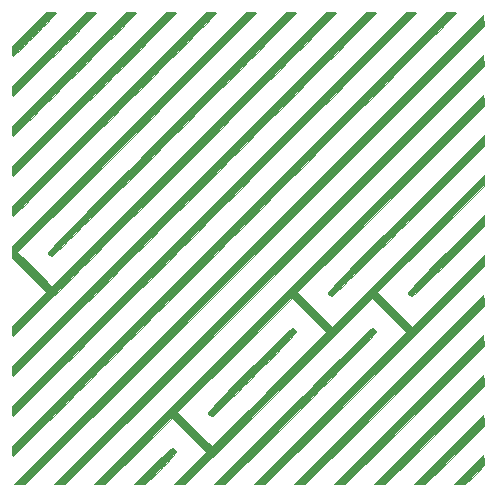
<source format=gbr>
G04 #@! TF.GenerationSoftware,KiCad,Pcbnew,(5.1.4)-1*
G04 #@! TF.CreationDate,2019-10-10T18:24:03+02:00*
G04 #@! TF.ProjectId,Top,546f702e-6b69-4636-9164-5f7063625858,rev?*
G04 #@! TF.SameCoordinates,Original*
G04 #@! TF.FileFunction,Legend,Top*
G04 #@! TF.FilePolarity,Positive*
%FSLAX46Y46*%
G04 Gerber Fmt 4.6, Leading zero omitted, Abs format (unit mm)*
G04 Created by KiCad (PCBNEW (5.1.4)-1) date 2019-10-10 18:24:03*
%MOMM*%
%LPD*%
G04 APERTURE LIST*
%ADD10C,0.010000*%
G04 APERTURE END LIST*
D10*
G36*
X154425210Y-122396528D02*
G01*
X154549480Y-122570259D01*
X154564000Y-122658149D01*
X154505537Y-122742858D01*
X154338760Y-122932877D01*
X154076586Y-123215290D01*
X153731929Y-123577182D01*
X153317707Y-124005639D01*
X152846836Y-124487745D01*
X152332232Y-125010587D01*
X151786811Y-125561247D01*
X151223490Y-126126813D01*
X150655185Y-126694369D01*
X150094812Y-127251000D01*
X149555288Y-127783791D01*
X149049528Y-128279827D01*
X148590450Y-128726194D01*
X148190968Y-129109976D01*
X147864001Y-129418259D01*
X147622463Y-129638128D01*
X147479271Y-129756668D01*
X147447388Y-129774000D01*
X147274132Y-129717751D01*
X147214933Y-129672400D01*
X147124065Y-129508615D01*
X147113333Y-129439184D01*
X147171796Y-129354475D01*
X147338573Y-129164456D01*
X147600747Y-128882043D01*
X147945404Y-128520151D01*
X148359626Y-128091694D01*
X148830497Y-127609588D01*
X149345101Y-127086746D01*
X149890522Y-126536086D01*
X150453843Y-125970520D01*
X151022148Y-125402964D01*
X151582521Y-124846333D01*
X152122045Y-124313542D01*
X152627805Y-123817506D01*
X153086883Y-123371139D01*
X153486365Y-122987357D01*
X153813332Y-122679074D01*
X154054870Y-122459205D01*
X154198062Y-122340665D01*
X154229945Y-122323333D01*
X154425210Y-122396528D01*
X154425210Y-122396528D01*
G37*
X154425210Y-122396528D02*
X154549480Y-122570259D01*
X154564000Y-122658149D01*
X154505537Y-122742858D01*
X154338760Y-122932877D01*
X154076586Y-123215290D01*
X153731929Y-123577182D01*
X153317707Y-124005639D01*
X152846836Y-124487745D01*
X152332232Y-125010587D01*
X151786811Y-125561247D01*
X151223490Y-126126813D01*
X150655185Y-126694369D01*
X150094812Y-127251000D01*
X149555288Y-127783791D01*
X149049528Y-128279827D01*
X148590450Y-128726194D01*
X148190968Y-129109976D01*
X147864001Y-129418259D01*
X147622463Y-129638128D01*
X147479271Y-129756668D01*
X147447388Y-129774000D01*
X147274132Y-129717751D01*
X147214933Y-129672400D01*
X147124065Y-129508615D01*
X147113333Y-129439184D01*
X147171796Y-129354475D01*
X147338573Y-129164456D01*
X147600747Y-128882043D01*
X147945404Y-128520151D01*
X148359626Y-128091694D01*
X148830497Y-127609588D01*
X149345101Y-127086746D01*
X149890522Y-126536086D01*
X150453843Y-125970520D01*
X151022148Y-125402964D01*
X151582521Y-124846333D01*
X152122045Y-124313542D01*
X152627805Y-123817506D01*
X153086883Y-123371139D01*
X153486365Y-122987357D01*
X153813332Y-122679074D01*
X154054870Y-122459205D01*
X154198062Y-122340665D01*
X154229945Y-122323333D01*
X154425210Y-122396528D01*
G36*
X134076918Y-95580824D02*
G01*
X134221497Y-95611744D01*
X134244000Y-95632905D01*
X134186420Y-95707756D01*
X134025671Y-95882925D01*
X133779743Y-96140431D01*
X133466624Y-96462292D01*
X133104303Y-96830528D01*
X132710767Y-97227156D01*
X132304007Y-97634196D01*
X131902009Y-98033666D01*
X131522764Y-98407584D01*
X131184259Y-98737969D01*
X130904482Y-99006840D01*
X130701424Y-99196216D01*
X130593071Y-99288114D01*
X130581445Y-99294000D01*
X130544874Y-99218035D01*
X130522244Y-99024742D01*
X130518667Y-98890926D01*
X130518667Y-98487852D01*
X131980049Y-97028259D01*
X133441431Y-95568667D01*
X133842716Y-95568667D01*
X134076918Y-95580824D01*
X134076918Y-95580824D01*
G37*
X134076918Y-95580824D02*
X134221497Y-95611744D01*
X134244000Y-95632905D01*
X134186420Y-95707756D01*
X134025671Y-95882925D01*
X133779743Y-96140431D01*
X133466624Y-96462292D01*
X133104303Y-96830528D01*
X132710767Y-97227156D01*
X132304007Y-97634196D01*
X131902009Y-98033666D01*
X131522764Y-98407584D01*
X131184259Y-98737969D01*
X130904482Y-99006840D01*
X130701424Y-99196216D01*
X130593071Y-99288114D01*
X130581445Y-99294000D01*
X130544874Y-99218035D01*
X130522244Y-99024742D01*
X130518667Y-98890926D01*
X130518667Y-98487852D01*
X131980049Y-97028259D01*
X133441431Y-95568667D01*
X133842716Y-95568667D01*
X134076918Y-95580824D01*
G36*
X137463277Y-95580743D02*
G01*
X137608043Y-95611462D01*
X137630667Y-95632549D01*
X137572580Y-95703281D01*
X137406891Y-95880168D01*
X137146457Y-96150355D01*
X136804134Y-96500986D01*
X136392779Y-96919206D01*
X135925249Y-97392161D01*
X135414400Y-97906993D01*
X134873089Y-98450849D01*
X134314173Y-99010873D01*
X133750508Y-99574209D01*
X133194951Y-100128003D01*
X132660359Y-100659398D01*
X132159589Y-101155541D01*
X131705496Y-101603574D01*
X131310939Y-101990644D01*
X130988773Y-102303895D01*
X130751855Y-102530471D01*
X130613042Y-102657517D01*
X130581788Y-102680667D01*
X130544999Y-102604707D01*
X130522248Y-102411452D01*
X130518667Y-102278076D01*
X130518667Y-101875486D01*
X133672918Y-98722076D01*
X136827169Y-95568667D01*
X137228918Y-95568667D01*
X137463277Y-95580743D01*
X137463277Y-95580743D01*
G37*
X137463277Y-95580743D02*
X137608043Y-95611462D01*
X137630667Y-95632549D01*
X137572580Y-95703281D01*
X137406891Y-95880168D01*
X137146457Y-96150355D01*
X136804134Y-96500986D01*
X136392779Y-96919206D01*
X135925249Y-97392161D01*
X135414400Y-97906993D01*
X134873089Y-98450849D01*
X134314173Y-99010873D01*
X133750508Y-99574209D01*
X133194951Y-100128003D01*
X132660359Y-100659398D01*
X132159589Y-101155541D01*
X131705496Y-101603574D01*
X131310939Y-101990644D01*
X130988773Y-102303895D01*
X130751855Y-102530471D01*
X130613042Y-102657517D01*
X130581788Y-102680667D01*
X130544999Y-102604707D01*
X130522248Y-102411452D01*
X130518667Y-102278076D01*
X130518667Y-101875486D01*
X133672918Y-98722076D01*
X136827169Y-95568667D01*
X137228918Y-95568667D01*
X137463277Y-95580743D01*
G36*
X140849849Y-95580716D02*
G01*
X140994672Y-95611366D01*
X141017333Y-95632425D01*
X140958979Y-95701251D01*
X140790939Y-95878794D01*
X140523750Y-96154517D01*
X140167946Y-96517886D01*
X139734065Y-96958365D01*
X139232640Y-97465420D01*
X138674208Y-98028515D01*
X138069304Y-98637115D01*
X137428464Y-99280686D01*
X136762223Y-99948692D01*
X136081118Y-100630598D01*
X135395682Y-101315870D01*
X134716453Y-101993971D01*
X134053966Y-102654368D01*
X133418756Y-103286524D01*
X132821359Y-103879906D01*
X132272310Y-104423977D01*
X131782145Y-104908203D01*
X131361400Y-105322049D01*
X131020609Y-105654979D01*
X130770310Y-105896460D01*
X130621037Y-106035954D01*
X130581910Y-106067333D01*
X130545044Y-105991375D01*
X130522250Y-105798132D01*
X130518667Y-105664890D01*
X130518667Y-105262448D01*
X135366107Y-100415557D01*
X140213547Y-95568667D01*
X140615440Y-95568667D01*
X140849849Y-95580716D01*
X140849849Y-95580716D01*
G37*
X140849849Y-95580716D02*
X140994672Y-95611366D01*
X141017333Y-95632425D01*
X140958979Y-95701251D01*
X140790939Y-95878794D01*
X140523750Y-96154517D01*
X140167946Y-96517886D01*
X139734065Y-96958365D01*
X139232640Y-97465420D01*
X138674208Y-98028515D01*
X138069304Y-98637115D01*
X137428464Y-99280686D01*
X136762223Y-99948692D01*
X136081118Y-100630598D01*
X135395682Y-101315870D01*
X134716453Y-101993971D01*
X134053966Y-102654368D01*
X133418756Y-103286524D01*
X132821359Y-103879906D01*
X132272310Y-104423977D01*
X131782145Y-104908203D01*
X131361400Y-105322049D01*
X131020609Y-105654979D01*
X130770310Y-105896460D01*
X130621037Y-106035954D01*
X130581910Y-106067333D01*
X130545044Y-105991375D01*
X130522250Y-105798132D01*
X130518667Y-105664890D01*
X130518667Y-105262448D01*
X135366107Y-100415557D01*
X140213547Y-95568667D01*
X140615440Y-95568667D01*
X140849849Y-95580716D01*
G36*
X144236469Y-95580702D02*
G01*
X144381320Y-95611317D01*
X144404000Y-95632361D01*
X144345473Y-95700031D01*
X144175986Y-95877932D01*
X143904680Y-96156923D01*
X143540695Y-96527865D01*
X143093172Y-96981616D01*
X142571253Y-97509036D01*
X141984077Y-98100985D01*
X141340785Y-98748323D01*
X140650518Y-99441908D01*
X139922418Y-100172601D01*
X139165624Y-100931260D01*
X138389277Y-101708746D01*
X137602518Y-102495917D01*
X136814489Y-103283634D01*
X136034328Y-104062756D01*
X135271178Y-104824142D01*
X134534180Y-105558652D01*
X133832472Y-106257146D01*
X133175198Y-106910482D01*
X132571496Y-107509521D01*
X132030509Y-108045122D01*
X131561376Y-108508145D01*
X131173239Y-108889448D01*
X130875238Y-109179892D01*
X130676514Y-109370336D01*
X130586208Y-109451640D01*
X130581973Y-109454000D01*
X130545067Y-109378043D01*
X130522251Y-109184805D01*
X130518667Y-109051628D01*
X130518667Y-108649257D01*
X137059370Y-102108962D01*
X143600074Y-95568667D01*
X144002037Y-95568667D01*
X144236469Y-95580702D01*
X144236469Y-95580702D01*
G37*
X144236469Y-95580702D02*
X144381320Y-95611317D01*
X144404000Y-95632361D01*
X144345473Y-95700031D01*
X144175986Y-95877932D01*
X143904680Y-96156923D01*
X143540695Y-96527865D01*
X143093172Y-96981616D01*
X142571253Y-97509036D01*
X141984077Y-98100985D01*
X141340785Y-98748323D01*
X140650518Y-99441908D01*
X139922418Y-100172601D01*
X139165624Y-100931260D01*
X138389277Y-101708746D01*
X137602518Y-102495917D01*
X136814489Y-103283634D01*
X136034328Y-104062756D01*
X135271178Y-104824142D01*
X134534180Y-105558652D01*
X133832472Y-106257146D01*
X133175198Y-106910482D01*
X132571496Y-107509521D01*
X132030509Y-108045122D01*
X131561376Y-108508145D01*
X131173239Y-108889448D01*
X130875238Y-109179892D01*
X130676514Y-109370336D01*
X130586208Y-109451640D01*
X130581973Y-109454000D01*
X130545067Y-109378043D01*
X130522251Y-109184805D01*
X130518667Y-109051628D01*
X130518667Y-108649257D01*
X137059370Y-102108962D01*
X143600074Y-95568667D01*
X144002037Y-95568667D01*
X144236469Y-95580702D01*
G36*
X147623108Y-95580693D02*
G01*
X147767976Y-95611287D01*
X147790667Y-95632323D01*
X147732016Y-95699194D01*
X147561523Y-95877325D01*
X147287370Y-96158531D01*
X146917743Y-96534628D01*
X146460826Y-96997431D01*
X145924804Y-97538756D01*
X145317862Y-98150417D01*
X144648185Y-98824231D01*
X143923957Y-99552013D01*
X143153363Y-100325578D01*
X142344587Y-101136742D01*
X141505815Y-101977320D01*
X140645231Y-102839127D01*
X139771020Y-103713980D01*
X138891367Y-104593693D01*
X138014455Y-105470082D01*
X137148471Y-106334962D01*
X136301598Y-107180149D01*
X135482021Y-107997458D01*
X134697926Y-108778705D01*
X133957496Y-109515705D01*
X133268917Y-110200274D01*
X132640373Y-110824226D01*
X132080049Y-111379378D01*
X131596129Y-111857545D01*
X131196799Y-112250542D01*
X130890243Y-112550185D01*
X130684645Y-112748289D01*
X130588191Y-112836670D01*
X130582011Y-112840667D01*
X130545081Y-112764710D01*
X130522252Y-112571476D01*
X130518667Y-112438337D01*
X130518667Y-112036008D01*
X138752662Y-103802337D01*
X146986657Y-95568667D01*
X147388662Y-95568667D01*
X147623108Y-95580693D01*
X147623108Y-95580693D01*
G37*
X147623108Y-95580693D02*
X147767976Y-95611287D01*
X147790667Y-95632323D01*
X147732016Y-95699194D01*
X147561523Y-95877325D01*
X147287370Y-96158531D01*
X146917743Y-96534628D01*
X146460826Y-96997431D01*
X145924804Y-97538756D01*
X145317862Y-98150417D01*
X144648185Y-98824231D01*
X143923957Y-99552013D01*
X143153363Y-100325578D01*
X142344587Y-101136742D01*
X141505815Y-101977320D01*
X140645231Y-102839127D01*
X139771020Y-103713980D01*
X138891367Y-104593693D01*
X138014455Y-105470082D01*
X137148471Y-106334962D01*
X136301598Y-107180149D01*
X135482021Y-107997458D01*
X134697926Y-108778705D01*
X133957496Y-109515705D01*
X133268917Y-110200274D01*
X132640373Y-110824226D01*
X132080049Y-111379378D01*
X131596129Y-111857545D01*
X131196799Y-112250542D01*
X130890243Y-112550185D01*
X130684645Y-112748289D01*
X130588191Y-112836670D01*
X130582011Y-112840667D01*
X130545081Y-112764710D01*
X130522252Y-112571476D01*
X130518667Y-112438337D01*
X130518667Y-112036008D01*
X138752662Y-103802337D01*
X146986657Y-95568667D01*
X147388662Y-95568667D01*
X147623108Y-95580693D01*
G36*
X154396422Y-95580688D02*
G01*
X154541302Y-95611268D01*
X154564000Y-95632297D01*
X154505096Y-95702545D01*
X154333382Y-95884487D01*
X154056353Y-96170654D01*
X153681504Y-96553574D01*
X153216330Y-97025778D01*
X152668326Y-97579795D01*
X152044987Y-98208155D01*
X151353809Y-98903386D01*
X150602286Y-99658019D01*
X149797914Y-100464583D01*
X148948188Y-101315608D01*
X148060603Y-102203623D01*
X147142654Y-103121158D01*
X146201836Y-104060741D01*
X145245644Y-105014904D01*
X144281574Y-105976175D01*
X143317121Y-106937083D01*
X142359779Y-107890159D01*
X141417044Y-108827932D01*
X140496411Y-109742932D01*
X139605376Y-110627687D01*
X138751432Y-111474728D01*
X137942076Y-112276583D01*
X137184803Y-113025783D01*
X136487107Y-113714858D01*
X135856484Y-114336336D01*
X135300429Y-114882747D01*
X134826437Y-115346621D01*
X134442003Y-115720486D01*
X134154623Y-115996874D01*
X133971790Y-116168313D01*
X133901002Y-116227333D01*
X133900970Y-116227333D01*
X133727471Y-116171072D01*
X133668267Y-116125733D01*
X133577405Y-115962110D01*
X133566667Y-115892767D01*
X133625591Y-115819655D01*
X133798242Y-115633247D01*
X134078434Y-115339809D01*
X134459980Y-114945606D01*
X134936696Y-114456906D01*
X135502395Y-113879973D01*
X136150893Y-113221073D01*
X136876004Y-112486473D01*
X137671542Y-111682438D01*
X138531322Y-110815233D01*
X139449158Y-109891126D01*
X140418865Y-108916381D01*
X141434257Y-107897264D01*
X142489149Y-106840042D01*
X143577355Y-105750980D01*
X143663299Y-105665034D01*
X153759931Y-95568667D01*
X154161965Y-95568667D01*
X154396422Y-95580688D01*
X154396422Y-95580688D01*
G37*
X154396422Y-95580688D02*
X154541302Y-95611268D01*
X154564000Y-95632297D01*
X154505096Y-95702545D01*
X154333382Y-95884487D01*
X154056353Y-96170654D01*
X153681504Y-96553574D01*
X153216330Y-97025778D01*
X152668326Y-97579795D01*
X152044987Y-98208155D01*
X151353809Y-98903386D01*
X150602286Y-99658019D01*
X149797914Y-100464583D01*
X148948188Y-101315608D01*
X148060603Y-102203623D01*
X147142654Y-103121158D01*
X146201836Y-104060741D01*
X145245644Y-105014904D01*
X144281574Y-105976175D01*
X143317121Y-106937083D01*
X142359779Y-107890159D01*
X141417044Y-108827932D01*
X140496411Y-109742932D01*
X139605376Y-110627687D01*
X138751432Y-111474728D01*
X137942076Y-112276583D01*
X137184803Y-113025783D01*
X136487107Y-113714858D01*
X135856484Y-114336336D01*
X135300429Y-114882747D01*
X134826437Y-115346621D01*
X134442003Y-115720486D01*
X134154623Y-115996874D01*
X133971790Y-116168313D01*
X133901002Y-116227333D01*
X133900970Y-116227333D01*
X133727471Y-116171072D01*
X133668267Y-116125733D01*
X133577405Y-115962110D01*
X133566667Y-115892767D01*
X133625591Y-115819655D01*
X133798242Y-115633247D01*
X134078434Y-115339809D01*
X134459980Y-114945606D01*
X134936696Y-114456906D01*
X135502395Y-113879973D01*
X136150893Y-113221073D01*
X136876004Y-112486473D01*
X137671542Y-111682438D01*
X138531322Y-110815233D01*
X139449158Y-109891126D01*
X140418865Y-108916381D01*
X141434257Y-107897264D01*
X142489149Y-106840042D01*
X143577355Y-105750980D01*
X143663299Y-105665034D01*
X153759931Y-95568667D01*
X154161965Y-95568667D01*
X154396422Y-95580688D01*
G36*
X170481333Y-113645894D02*
G01*
X167496392Y-116629947D01*
X166907287Y-117216325D01*
X166351589Y-117764535D01*
X165841237Y-118263143D01*
X165388168Y-118700716D01*
X165004322Y-119065821D01*
X164701636Y-119347023D01*
X164492049Y-119532888D01*
X164387498Y-119611983D01*
X164380659Y-119614000D01*
X164207464Y-119557755D01*
X164148267Y-119512400D01*
X164057397Y-119348592D01*
X164046667Y-119279149D01*
X164104980Y-119195909D01*
X164272582Y-119004955D01*
X164538460Y-118717745D01*
X164891603Y-118345737D01*
X165321003Y-117900390D01*
X165815647Y-117393161D01*
X166364525Y-116835510D01*
X166956626Y-116238894D01*
X167264000Y-115931000D01*
X170481333Y-112714502D01*
X170481333Y-113645894D01*
X170481333Y-113645894D01*
G37*
X170481333Y-113645894D02*
X167496392Y-116629947D01*
X166907287Y-117216325D01*
X166351589Y-117764535D01*
X165841237Y-118263143D01*
X165388168Y-118700716D01*
X165004322Y-119065821D01*
X164701636Y-119347023D01*
X164492049Y-119532888D01*
X164387498Y-119611983D01*
X164380659Y-119614000D01*
X164207464Y-119557755D01*
X164148267Y-119512400D01*
X164057397Y-119348592D01*
X164046667Y-119279149D01*
X164104980Y-119195909D01*
X164272582Y-119004955D01*
X164538460Y-118717745D01*
X164891603Y-118345737D01*
X165321003Y-117900390D01*
X165815647Y-117393161D01*
X166364525Y-116835510D01*
X166956626Y-116238894D01*
X167264000Y-115931000D01*
X170481333Y-112714502D01*
X170481333Y-113645894D01*
G36*
X170481333Y-106872087D02*
G01*
X164109958Y-113243043D01*
X163245301Y-114106436D01*
X162412804Y-114935363D01*
X161620422Y-115722031D01*
X160876114Y-116458642D01*
X160187835Y-117137400D01*
X159563543Y-117750509D01*
X159011195Y-118290173D01*
X158538747Y-118748596D01*
X158154157Y-119117982D01*
X157865382Y-119390534D01*
X157680379Y-119558457D01*
X157607558Y-119614000D01*
X157434136Y-119557743D01*
X157374933Y-119512400D01*
X157284070Y-119348730D01*
X157273333Y-119279363D01*
X157332060Y-119203139D01*
X157503135Y-119015257D01*
X157778900Y-118723526D01*
X158151700Y-118335755D01*
X158613876Y-117859753D01*
X159157772Y-117303330D01*
X159775730Y-116674295D01*
X160460093Y-115980456D01*
X161203203Y-115229623D01*
X161997404Y-114429605D01*
X162835037Y-113588212D01*
X163708447Y-112713251D01*
X163877333Y-112544333D01*
X170481333Y-105940740D01*
X170481333Y-106872087D01*
X170481333Y-106872087D01*
G37*
X170481333Y-106872087D02*
X164109958Y-113243043D01*
X163245301Y-114106436D01*
X162412804Y-114935363D01*
X161620422Y-115722031D01*
X160876114Y-116458642D01*
X160187835Y-117137400D01*
X159563543Y-117750509D01*
X159011195Y-118290173D01*
X158538747Y-118748596D01*
X158154157Y-119117982D01*
X157865382Y-119390534D01*
X157680379Y-119558457D01*
X157607558Y-119614000D01*
X157434136Y-119557743D01*
X157374933Y-119512400D01*
X157284070Y-119348730D01*
X157273333Y-119279363D01*
X157332060Y-119203139D01*
X157503135Y-119015257D01*
X157778900Y-118723526D01*
X158151700Y-118335755D01*
X158613876Y-117859753D01*
X159157772Y-117303330D01*
X159775730Y-116674295D01*
X160460093Y-115980456D01*
X161203203Y-115229623D01*
X161997404Y-114429605D01*
X162835037Y-113588212D01*
X163708447Y-112713251D01*
X163877333Y-112544333D01*
X170481333Y-105940740D01*
X170481333Y-106872087D01*
G36*
X151009757Y-95580638D02*
G01*
X151154636Y-95611092D01*
X151177333Y-95632034D01*
X151118454Y-95697757D01*
X150945934Y-95876918D01*
X150665952Y-96163298D01*
X150284687Y-96550681D01*
X149808317Y-97032849D01*
X149243021Y-97603585D01*
X148594977Y-98256671D01*
X147870363Y-98985890D01*
X147075358Y-99785024D01*
X146216140Y-100647857D01*
X145298889Y-101568171D01*
X144329781Y-102539748D01*
X143314997Y-103556371D01*
X142260713Y-104611823D01*
X141173110Y-105699885D01*
X141081053Y-105791947D01*
X130984773Y-115888493D01*
X132445149Y-117348868D01*
X133905524Y-118809244D01*
X145526044Y-107188955D01*
X157146563Y-95568667D01*
X157548615Y-95568667D01*
X157783077Y-95580681D01*
X157927964Y-95611244D01*
X157950667Y-95632265D01*
X157891787Y-95697703D01*
X157719469Y-95876214D01*
X157440195Y-96161316D01*
X157060444Y-96546528D01*
X156586700Y-97025369D01*
X156025442Y-97591357D01*
X155383152Y-98238012D01*
X154666312Y-98958852D01*
X153881403Y-99747395D01*
X153034906Y-100597161D01*
X152133302Y-101501668D01*
X151183073Y-102454436D01*
X150190700Y-103448982D01*
X149162664Y-104478826D01*
X148105447Y-105537486D01*
X147025529Y-106618481D01*
X145929393Y-107715330D01*
X144823519Y-108821551D01*
X143714389Y-109930664D01*
X142608483Y-111036188D01*
X141512284Y-112131640D01*
X140432273Y-113210539D01*
X139374930Y-114266405D01*
X138346737Y-115292756D01*
X137354176Y-116283112D01*
X136403728Y-117230989D01*
X135501873Y-118129909D01*
X134655094Y-118973388D01*
X133869871Y-119754947D01*
X133152686Y-120468103D01*
X132510020Y-121106375D01*
X131948355Y-121663283D01*
X131474172Y-122132345D01*
X131093951Y-122507080D01*
X130814175Y-122781006D01*
X130641324Y-122947642D01*
X130582069Y-123000667D01*
X130545065Y-122924722D01*
X130522222Y-122731567D01*
X130518667Y-122599382D01*
X130518667Y-122198098D01*
X131978259Y-120736716D01*
X133437852Y-119275333D01*
X131978259Y-117813951D01*
X130518667Y-116352568D01*
X130518667Y-115422730D01*
X140445968Y-105495698D01*
X150373269Y-95568667D01*
X150775301Y-95568667D01*
X151009757Y-95580638D01*
X151009757Y-95580638D01*
G37*
X151009757Y-95580638D02*
X151154636Y-95611092D01*
X151177333Y-95632034D01*
X151118454Y-95697757D01*
X150945934Y-95876918D01*
X150665952Y-96163298D01*
X150284687Y-96550681D01*
X149808317Y-97032849D01*
X149243021Y-97603585D01*
X148594977Y-98256671D01*
X147870363Y-98985890D01*
X147075358Y-99785024D01*
X146216140Y-100647857D01*
X145298889Y-101568171D01*
X144329781Y-102539748D01*
X143314997Y-103556371D01*
X142260713Y-104611823D01*
X141173110Y-105699885D01*
X141081053Y-105791947D01*
X130984773Y-115888493D01*
X132445149Y-117348868D01*
X133905524Y-118809244D01*
X145526044Y-107188955D01*
X157146563Y-95568667D01*
X157548615Y-95568667D01*
X157783077Y-95580681D01*
X157927964Y-95611244D01*
X157950667Y-95632265D01*
X157891787Y-95697703D01*
X157719469Y-95876214D01*
X157440195Y-96161316D01*
X157060444Y-96546528D01*
X156586700Y-97025369D01*
X156025442Y-97591357D01*
X155383152Y-98238012D01*
X154666312Y-98958852D01*
X153881403Y-99747395D01*
X153034906Y-100597161D01*
X152133302Y-101501668D01*
X151183073Y-102454436D01*
X150190700Y-103448982D01*
X149162664Y-104478826D01*
X148105447Y-105537486D01*
X147025529Y-106618481D01*
X145929393Y-107715330D01*
X144823519Y-108821551D01*
X143714389Y-109930664D01*
X142608483Y-111036188D01*
X141512284Y-112131640D01*
X140432273Y-113210539D01*
X139374930Y-114266405D01*
X138346737Y-115292756D01*
X137354176Y-116283112D01*
X136403728Y-117230989D01*
X135501873Y-118129909D01*
X134655094Y-118973388D01*
X133869871Y-119754947D01*
X133152686Y-120468103D01*
X132510020Y-121106375D01*
X131948355Y-121663283D01*
X131474172Y-122132345D01*
X131093951Y-122507080D01*
X130814175Y-122781006D01*
X130641324Y-122947642D01*
X130582069Y-123000667D01*
X130545065Y-122924722D01*
X130522222Y-122731567D01*
X130518667Y-122599382D01*
X130518667Y-122198098D01*
X131978259Y-120736716D01*
X133437852Y-119275333D01*
X131978259Y-117813951D01*
X130518667Y-116352568D01*
X130518667Y-115422730D01*
X140445968Y-105495698D01*
X150373269Y-95568667D01*
X150775301Y-95568667D01*
X151009757Y-95580638D01*
G36*
X161169727Y-95580678D02*
G01*
X161314624Y-95611235D01*
X161337333Y-95632254D01*
X161278402Y-95697380D01*
X161105685Y-95875968D01*
X160825293Y-96161905D01*
X160443339Y-96549079D01*
X159965936Y-97031377D01*
X159399196Y-97602687D01*
X158749232Y-98256896D01*
X158022156Y-98987891D01*
X157224081Y-99789561D01*
X156361118Y-100655793D01*
X155439382Y-101580475D01*
X154464984Y-102557493D01*
X153444036Y-103580736D01*
X152382651Y-104644091D01*
X151286942Y-105741445D01*
X150163021Y-106866687D01*
X149017001Y-108013703D01*
X147854994Y-109176382D01*
X146683113Y-110348610D01*
X145507469Y-111524276D01*
X144334176Y-112697266D01*
X143169346Y-113861469D01*
X142019092Y-115010772D01*
X140889526Y-116139062D01*
X139786760Y-117240228D01*
X138716908Y-118308155D01*
X137686081Y-119336734D01*
X136700391Y-120319849D01*
X135765953Y-121251390D01*
X134888877Y-122125244D01*
X134075277Y-122935298D01*
X133331265Y-123675439D01*
X132662954Y-124339556D01*
X132076455Y-124921536D01*
X131577882Y-125415267D01*
X131173347Y-125814635D01*
X130868962Y-126113529D01*
X130670840Y-126305836D01*
X130585094Y-126385444D01*
X130582079Y-126387333D01*
X130545107Y-126311378D01*
X130522254Y-126118149D01*
X130518667Y-125985077D01*
X130518667Y-125582821D01*
X145525922Y-110575744D01*
X160533178Y-95568667D01*
X160935256Y-95568667D01*
X161169727Y-95580678D01*
X161169727Y-95580678D01*
G37*
X161169727Y-95580678D02*
X161314624Y-95611235D01*
X161337333Y-95632254D01*
X161278402Y-95697380D01*
X161105685Y-95875968D01*
X160825293Y-96161905D01*
X160443339Y-96549079D01*
X159965936Y-97031377D01*
X159399196Y-97602687D01*
X158749232Y-98256896D01*
X158022156Y-98987891D01*
X157224081Y-99789561D01*
X156361118Y-100655793D01*
X155439382Y-101580475D01*
X154464984Y-102557493D01*
X153444036Y-103580736D01*
X152382651Y-104644091D01*
X151286942Y-105741445D01*
X150163021Y-106866687D01*
X149017001Y-108013703D01*
X147854994Y-109176382D01*
X146683113Y-110348610D01*
X145507469Y-111524276D01*
X144334176Y-112697266D01*
X143169346Y-113861469D01*
X142019092Y-115010772D01*
X140889526Y-116139062D01*
X139786760Y-117240228D01*
X138716908Y-118308155D01*
X137686081Y-119336734D01*
X136700391Y-120319849D01*
X135765953Y-121251390D01*
X134888877Y-122125244D01*
X134075277Y-122935298D01*
X133331265Y-123675439D01*
X132662954Y-124339556D01*
X132076455Y-124921536D01*
X131577882Y-125415267D01*
X131173347Y-125814635D01*
X130868962Y-126113529D01*
X130670840Y-126305836D01*
X130585094Y-126385444D01*
X130582079Y-126387333D01*
X130545107Y-126311378D01*
X130522254Y-126118149D01*
X130518667Y-125985077D01*
X130518667Y-125582821D01*
X145525922Y-110575744D01*
X160533178Y-95568667D01*
X160935256Y-95568667D01*
X161169727Y-95580678D01*
G36*
X164556387Y-95580676D02*
G01*
X164701288Y-95611228D01*
X164724000Y-95632245D01*
X164665025Y-95697107D01*
X164491967Y-95875759D01*
X164210627Y-96162401D01*
X163826805Y-96551232D01*
X163346300Y-97036453D01*
X162774913Y-97612263D01*
X162118445Y-98272861D01*
X161382696Y-99012449D01*
X160573465Y-99825225D01*
X159696554Y-100705389D01*
X158757762Y-101647142D01*
X157762889Y-102644682D01*
X156717736Y-103692210D01*
X155628104Y-104783925D01*
X154499792Y-105914027D01*
X153338600Y-107076717D01*
X152150329Y-108266193D01*
X150940780Y-109476656D01*
X149715751Y-110702305D01*
X148481045Y-111937341D01*
X147242460Y-113175962D01*
X146005797Y-114412369D01*
X144776856Y-115640761D01*
X143561438Y-116855338D01*
X142365343Y-118050301D01*
X141194371Y-119219849D01*
X140054322Y-120358181D01*
X138950996Y-121459497D01*
X137890194Y-122517998D01*
X136877717Y-123527882D01*
X135919363Y-124483350D01*
X135020934Y-125378602D01*
X134188230Y-126207837D01*
X133427051Y-126965255D01*
X132743197Y-127645056D01*
X132142468Y-128241440D01*
X131630666Y-128748606D01*
X131213589Y-129160754D01*
X130897038Y-129472085D01*
X130686814Y-129676797D01*
X130588716Y-129769090D01*
X130582088Y-129774000D01*
X130545110Y-129698045D01*
X130522254Y-129504816D01*
X130518667Y-129371753D01*
X130518667Y-128969506D01*
X147219247Y-112269086D01*
X163919827Y-95568667D01*
X164321913Y-95568667D01*
X164556387Y-95580676D01*
X164556387Y-95580676D01*
G37*
X164556387Y-95580676D02*
X164701288Y-95611228D01*
X164724000Y-95632245D01*
X164665025Y-95697107D01*
X164491967Y-95875759D01*
X164210627Y-96162401D01*
X163826805Y-96551232D01*
X163346300Y-97036453D01*
X162774913Y-97612263D01*
X162118445Y-98272861D01*
X161382696Y-99012449D01*
X160573465Y-99825225D01*
X159696554Y-100705389D01*
X158757762Y-101647142D01*
X157762889Y-102644682D01*
X156717736Y-103692210D01*
X155628104Y-104783925D01*
X154499792Y-105914027D01*
X153338600Y-107076717D01*
X152150329Y-108266193D01*
X150940780Y-109476656D01*
X149715751Y-110702305D01*
X148481045Y-111937341D01*
X147242460Y-113175962D01*
X146005797Y-114412369D01*
X144776856Y-115640761D01*
X143561438Y-116855338D01*
X142365343Y-118050301D01*
X141194371Y-119219849D01*
X140054322Y-120358181D01*
X138950996Y-121459497D01*
X137890194Y-122517998D01*
X136877717Y-123527882D01*
X135919363Y-124483350D01*
X135020934Y-125378602D01*
X134188230Y-126207837D01*
X133427051Y-126965255D01*
X132743197Y-127645056D01*
X132142468Y-128241440D01*
X131630666Y-128748606D01*
X131213589Y-129160754D01*
X130897038Y-129472085D01*
X130686814Y-129676797D01*
X130588716Y-129769090D01*
X130582088Y-129774000D01*
X130545110Y-129698045D01*
X130522254Y-129504816D01*
X130518667Y-129371753D01*
X130518667Y-128969506D01*
X147219247Y-112269086D01*
X163919827Y-95568667D01*
X164321913Y-95568667D01*
X164556387Y-95580676D01*
G36*
X167942952Y-95580671D02*
G01*
X168087915Y-95611209D01*
X168110667Y-95632238D01*
X168051654Y-95696872D01*
X167878302Y-95875578D01*
X167596144Y-96162824D01*
X167210710Y-96553080D01*
X166727532Y-97040814D01*
X166152141Y-97620494D01*
X165490070Y-98286590D01*
X164746848Y-99033569D01*
X163928008Y-99855900D01*
X163039081Y-100748053D01*
X162085598Y-101704494D01*
X161073092Y-102719694D01*
X160007092Y-103788121D01*
X158893132Y-104904242D01*
X157736741Y-106062528D01*
X156543453Y-107257446D01*
X155318797Y-108483465D01*
X154068306Y-109735054D01*
X152797510Y-111006681D01*
X151511942Y-112292814D01*
X150217133Y-113587923D01*
X148918614Y-114886477D01*
X147621917Y-116182942D01*
X146332572Y-117471789D01*
X145056112Y-118747486D01*
X143798068Y-120004501D01*
X142563971Y-121237303D01*
X141359353Y-122440360D01*
X140189746Y-123608142D01*
X139060679Y-124735117D01*
X137977686Y-125815752D01*
X136946297Y-126844518D01*
X135972045Y-127815882D01*
X135060459Y-128724314D01*
X134217072Y-129564281D01*
X133447416Y-130330252D01*
X132757021Y-131016696D01*
X132151419Y-131618082D01*
X131636141Y-132128878D01*
X131216719Y-132543552D01*
X130898685Y-132856574D01*
X130687569Y-133062412D01*
X130588904Y-133155534D01*
X130582095Y-133160667D01*
X130545107Y-133084713D01*
X130522249Y-132891496D01*
X130518667Y-132758573D01*
X130518667Y-132356479D01*
X167306187Y-95568667D01*
X167708427Y-95568667D01*
X167942952Y-95580671D01*
X167942952Y-95580671D01*
G37*
X167942952Y-95580671D02*
X168087915Y-95611209D01*
X168110667Y-95632238D01*
X168051654Y-95696872D01*
X167878302Y-95875578D01*
X167596144Y-96162824D01*
X167210710Y-96553080D01*
X166727532Y-97040814D01*
X166152141Y-97620494D01*
X165490070Y-98286590D01*
X164746848Y-99033569D01*
X163928008Y-99855900D01*
X163039081Y-100748053D01*
X162085598Y-101704494D01*
X161073092Y-102719694D01*
X160007092Y-103788121D01*
X158893132Y-104904242D01*
X157736741Y-106062528D01*
X156543453Y-107257446D01*
X155318797Y-108483465D01*
X154068306Y-109735054D01*
X152797510Y-111006681D01*
X151511942Y-112292814D01*
X150217133Y-113587923D01*
X148918614Y-114886477D01*
X147621917Y-116182942D01*
X146332572Y-117471789D01*
X145056112Y-118747486D01*
X143798068Y-120004501D01*
X142563971Y-121237303D01*
X141359353Y-122440360D01*
X140189746Y-123608142D01*
X139060679Y-124735117D01*
X137977686Y-125815752D01*
X136946297Y-126844518D01*
X135972045Y-127815882D01*
X135060459Y-128724314D01*
X134217072Y-129564281D01*
X133447416Y-130330252D01*
X132757021Y-131016696D01*
X132151419Y-131618082D01*
X131636141Y-132128878D01*
X131216719Y-132543552D01*
X130898685Y-132856574D01*
X130687569Y-133062412D01*
X130588904Y-133155534D01*
X130582095Y-133160667D01*
X130545107Y-133084713D01*
X130522249Y-132891496D01*
X130518667Y-132758573D01*
X130518667Y-132356479D01*
X167306187Y-95568667D01*
X167708427Y-95568667D01*
X167942952Y-95580671D01*
G36*
X170465098Y-133512107D02*
G01*
X170491197Y-133951913D01*
X169704770Y-134741623D01*
X168918344Y-135531333D01*
X167985857Y-135531333D01*
X169212428Y-134301817D01*
X170439000Y-133072300D01*
X170465098Y-133512107D01*
X170465098Y-133512107D01*
G37*
X170465098Y-133512107D02*
X170491197Y-133951913D01*
X169704770Y-134741623D01*
X168918344Y-135531333D01*
X167985857Y-135531333D01*
X169212428Y-134301817D01*
X170439000Y-133072300D01*
X170465098Y-133512107D01*
G36*
X170465134Y-130127120D02*
G01*
X170491269Y-130567334D01*
X168010339Y-133049334D01*
X165529410Y-135531333D01*
X164597920Y-135531333D01*
X167518460Y-132609120D01*
X170439000Y-129686906D01*
X170465134Y-130127120D01*
X170465134Y-130127120D01*
G37*
X170465134Y-130127120D02*
X170491269Y-130567334D01*
X168010339Y-133049334D01*
X165529410Y-135531333D01*
X164597920Y-135531333D01*
X167518460Y-132609120D01*
X170439000Y-129686906D01*
X170465134Y-130127120D01*
G36*
X170465142Y-126740828D02*
G01*
X170491283Y-127181080D01*
X166316796Y-131356206D01*
X162142308Y-135531333D01*
X161210916Y-135531333D01*
X170439000Y-126300577D01*
X170465142Y-126740828D01*
X170465142Y-126740828D01*
G37*
X170465142Y-126740828D02*
X170491283Y-127181080D01*
X166316796Y-131356206D01*
X162142308Y-135531333D01*
X161210916Y-135531333D01*
X170439000Y-126300577D01*
X170465142Y-126740828D01*
G36*
X170491290Y-123794589D02*
G01*
X164623373Y-129662961D01*
X158755457Y-135531333D01*
X157824093Y-135531333D01*
X164131546Y-129222700D01*
X170439000Y-122914067D01*
X170491290Y-123794589D01*
X170491290Y-123794589D01*
G37*
X170491290Y-123794589D02*
X164623373Y-129662961D01*
X158755457Y-135531333D01*
X157824093Y-135531333D01*
X164131546Y-129222700D01*
X170439000Y-122914067D01*
X170491290Y-123794589D01*
G36*
X170465146Y-119967755D02*
G01*
X170491293Y-120408020D01*
X162929990Y-127969677D01*
X155368688Y-135531333D01*
X154437336Y-135531333D01*
X162438168Y-127529412D01*
X170439000Y-119527490D01*
X170465146Y-119967755D01*
X170465146Y-119967755D01*
G37*
X170465146Y-119967755D02*
X170491293Y-120408020D01*
X162929990Y-127969677D01*
X155368688Y-135531333D01*
X154437336Y-135531333D01*
X162438168Y-127529412D01*
X170439000Y-119527490D01*
X170465146Y-119967755D01*
G36*
X161198490Y-122396540D02*
G01*
X161322894Y-122570362D01*
X161337333Y-122657977D01*
X161278625Y-122734494D01*
X161107698Y-122922513D01*
X160832349Y-123214074D01*
X160460375Y-123601221D01*
X159999572Y-124075998D01*
X159457737Y-124630446D01*
X158842667Y-125256609D01*
X158162160Y-125946531D01*
X157424010Y-126692253D01*
X156636016Y-127485818D01*
X155805973Y-128319271D01*
X154965958Y-129160377D01*
X148594582Y-135531333D01*
X147664074Y-135531333D01*
X154267667Y-128927333D01*
X155148107Y-128048008D01*
X155996460Y-127203007D01*
X156804916Y-126399990D01*
X157565668Y-125646611D01*
X158270905Y-124950530D01*
X158912819Y-124319402D01*
X159483599Y-123760886D01*
X159975438Y-123282639D01*
X160380525Y-122892317D01*
X160691053Y-122597578D01*
X160899211Y-122406080D01*
X160997190Y-122325479D01*
X161002696Y-122323333D01*
X161198490Y-122396540D01*
X161198490Y-122396540D01*
G37*
X161198490Y-122396540D02*
X161322894Y-122570362D01*
X161337333Y-122657977D01*
X161278625Y-122734494D01*
X161107698Y-122922513D01*
X160832349Y-123214074D01*
X160460375Y-123601221D01*
X159999572Y-124075998D01*
X159457737Y-124630446D01*
X158842667Y-125256609D01*
X158162160Y-125946531D01*
X157424010Y-126692253D01*
X156636016Y-127485818D01*
X155805973Y-128319271D01*
X154965958Y-129160377D01*
X148594582Y-135531333D01*
X147664074Y-135531333D01*
X154267667Y-128927333D01*
X155148107Y-128048008D01*
X155996460Y-127203007D01*
X156804916Y-126399990D01*
X157565668Y-125646611D01*
X158270905Y-124950530D01*
X158912819Y-124319402D01*
X159483599Y-123760886D01*
X159975438Y-123282639D01*
X160380525Y-122892317D01*
X160691053Y-122597578D01*
X160899211Y-122406080D01*
X160997190Y-122325479D01*
X161002696Y-122323333D01*
X161198490Y-122396540D01*
G36*
X144265190Y-132556605D02*
G01*
X144389630Y-132730932D01*
X144404000Y-132818791D01*
X144346328Y-132915369D01*
X144185025Y-133110861D01*
X143937662Y-133385925D01*
X143621808Y-133721221D01*
X143255034Y-134097408D01*
X143111840Y-134241191D01*
X141819681Y-135531333D01*
X140892097Y-135531333D01*
X142414333Y-134007333D01*
X142833881Y-133592315D01*
X143219553Y-133220310D01*
X143553840Y-132907449D01*
X143819230Y-132669864D01*
X143998210Y-132523686D01*
X144068684Y-132483333D01*
X144265190Y-132556605D01*
X144265190Y-132556605D01*
G37*
X144265190Y-132556605D02*
X144389630Y-132730932D01*
X144404000Y-132818791D01*
X144346328Y-132915369D01*
X144185025Y-133110861D01*
X143937662Y-133385925D01*
X143621808Y-133721221D01*
X143255034Y-134097408D01*
X143111840Y-134241191D01*
X141819681Y-135531333D01*
X140892097Y-135531333D01*
X142414333Y-134007333D01*
X142833881Y-133592315D01*
X143219553Y-133220310D01*
X143553840Y-132907449D01*
X143819230Y-132669864D01*
X143998210Y-132523686D01*
X144068684Y-132483333D01*
X144265190Y-132556605D01*
G36*
X170465147Y-103034515D02*
G01*
X170491293Y-103474701D01*
X162591385Y-111374949D01*
X154691476Y-119275196D01*
X157612098Y-122195818D01*
X164046715Y-115761618D01*
X170481333Y-109327418D01*
X170481333Y-110257745D01*
X161464937Y-119275323D01*
X164385199Y-122195585D01*
X170481333Y-116101215D01*
X170481333Y-117031956D01*
X161231356Y-126281645D01*
X151981378Y-135531333D01*
X151050751Y-135531333D01*
X157484951Y-129096715D01*
X163919151Y-122662098D01*
X162458840Y-121201787D01*
X160998530Y-119741476D01*
X153103262Y-127636405D01*
X145207995Y-135531333D01*
X144278985Y-135531333D01*
X145632009Y-134176323D01*
X146985033Y-132821314D01*
X145525267Y-131361547D01*
X144065500Y-129901781D01*
X138434066Y-135531333D01*
X137503830Y-135531333D01*
X143600332Y-129434491D01*
X144532027Y-129434491D01*
X145969913Y-130874245D01*
X146372792Y-131275911D01*
X146735708Y-131634419D01*
X147041742Y-131933325D01*
X147273974Y-132156187D01*
X147415485Y-132286562D01*
X147451344Y-132314000D01*
X147516537Y-132255558D01*
X147692318Y-132086194D01*
X147969666Y-131814850D01*
X148339560Y-131450466D01*
X148792979Y-131001985D01*
X149320902Y-130478348D01*
X149914307Y-129888496D01*
X150564173Y-129241371D01*
X151261479Y-128545915D01*
X151997204Y-127811069D01*
X152320319Y-127488014D01*
X157145748Y-122662028D01*
X155685433Y-121201714D01*
X154225119Y-119741399D01*
X144532027Y-129434491D01*
X143600332Y-129434491D01*
X170439000Y-102594329D01*
X170465147Y-103034515D01*
X170465147Y-103034515D01*
G37*
X170465147Y-103034515D02*
X170491293Y-103474701D01*
X162591385Y-111374949D01*
X154691476Y-119275196D01*
X157612098Y-122195818D01*
X164046715Y-115761618D01*
X170481333Y-109327418D01*
X170481333Y-110257745D01*
X161464937Y-119275323D01*
X164385199Y-122195585D01*
X170481333Y-116101215D01*
X170481333Y-117031956D01*
X161231356Y-126281645D01*
X151981378Y-135531333D01*
X151050751Y-135531333D01*
X157484951Y-129096715D01*
X163919151Y-122662098D01*
X162458840Y-121201787D01*
X160998530Y-119741476D01*
X153103262Y-127636405D01*
X145207995Y-135531333D01*
X144278985Y-135531333D01*
X145632009Y-134176323D01*
X146985033Y-132821314D01*
X145525267Y-131361547D01*
X144065500Y-129901781D01*
X138434066Y-135531333D01*
X137503830Y-135531333D01*
X143600332Y-129434491D01*
X144532027Y-129434491D01*
X145969913Y-130874245D01*
X146372792Y-131275911D01*
X146735708Y-131634419D01*
X147041742Y-131933325D01*
X147273974Y-132156187D01*
X147415485Y-132286562D01*
X147451344Y-132314000D01*
X147516537Y-132255558D01*
X147692318Y-132086194D01*
X147969666Y-131814850D01*
X148339560Y-131450466D01*
X148792979Y-131001985D01*
X149320902Y-130478348D01*
X149914307Y-129888496D01*
X150564173Y-129241371D01*
X151261479Y-128545915D01*
X151997204Y-127811069D01*
X152320319Y-127488014D01*
X157145748Y-122662028D01*
X155685433Y-121201714D01*
X154225119Y-119741399D01*
X144532027Y-129434491D01*
X143600332Y-129434491D01*
X170439000Y-102594329D01*
X170465147Y-103034515D01*
G36*
X170491300Y-100088215D02*
G01*
X152769892Y-117809774D01*
X135048485Y-135531333D01*
X134117148Y-135531333D01*
X170439000Y-99207677D01*
X170491300Y-100088215D01*
X170491300Y-100088215D01*
G37*
X170491300Y-100088215D02*
X152769892Y-117809774D01*
X135048485Y-135531333D01*
X134117148Y-135531333D01*
X170439000Y-99207677D01*
X170491300Y-100088215D01*
G36*
X170491300Y-96701561D02*
G01*
X151076552Y-116116447D01*
X131661805Y-135531333D01*
X130730469Y-135531333D01*
X150584734Y-115676178D01*
X170439000Y-95821023D01*
X170491300Y-96701561D01*
X170491300Y-96701561D01*
G37*
X170491300Y-96701561D02*
X151076552Y-116116447D01*
X131661805Y-135531333D01*
X130730469Y-135531333D01*
X150584734Y-115676178D01*
X170439000Y-95821023D01*
X170491300Y-96701561D01*
M02*

</source>
